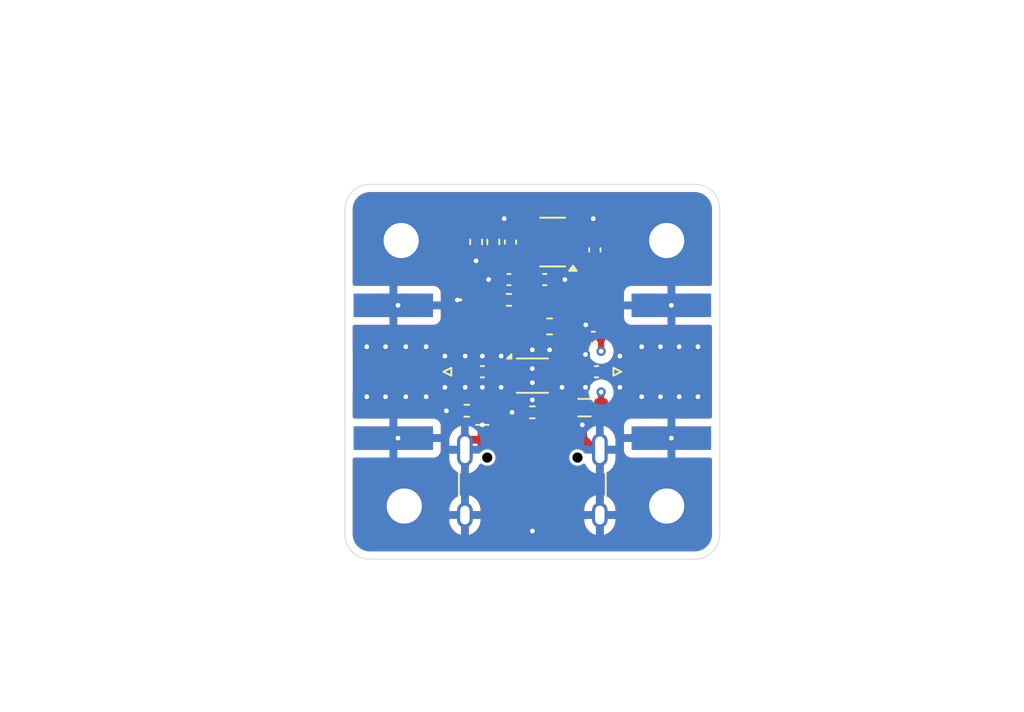
<source format=kicad_pcb>
(kicad_pcb (version 20240108) (generator "pcbnew") (generator_version "8.0")
  (layers (0 "F.Cu" mixed) (1 "In1.Cu" power) (2 "In2.Cu" mixed) (31 "B.Cu" power) (34 "B.Paste" user) (35 "F.Paste" user) (36 "B.SilkS" user "B.Silkscreen") (37 "F.SilkS" user "F.Silkscreen") (38 "B.Mask" user) (39 "F.Mask" user) (44 "Edge.Cuts" user))
  (net 0 "")
  (net 1 "Net-(J1-In)")
  (net 2 "Net-(U1-RFOUT)")
  (net 3 "Net-(J2-In)")
  (net 4 "Net-(U1-RFIN)")
  (net 5 "/4V75")
  (net 6 "GND")
  (net 10 "Net-(U2-ADJ)")
  (net 11 "Net-(D1-A)")
  (net 13 "Net-(FB1-Pad1)")
  (net 14 "Net-(J3-CC2)")
  (net 17 "Net-(J3-CC1)")
  (net 18 "/5V")
  (net 19 "Net-(L1-Pad1)")
  (footprint "Package_TO_SOT_SMD:SOT-23-5" (layer "F.Cu") (at 109.5 91.7 180)
    (property "Reference" "U2" (hide yes))
    (property "Value" "AP2127K-ADJ" (hide yes))
    (fp_line (start 0 1.56) (end 0.8 1.56) (stroke (width 0.12)) (layer "F.SilkS"))
    (fp_line (start 0 1.56) (end -0.8 1.56) (stroke (width 0.12)) (layer "F.SilkS"))
    (fp_line (start 0 -1.56) (end 0.8 -1.56) (stroke (width 0.12)) (layer "F.SilkS"))
    (fp_line (start 0 -1.56) (end -0.8 -1.56) (stroke (width 0.12)) (layer "F.SilkS"))
    (fp_poly (pts (xy -1.3 -1.51) (xy -1.54 -1.84) (xy -1.06 -1.84) (xy -1.3 -1.51)) (stroke (width 0.12)) (fill solid) (layer "F.SilkS"))
    (pad "1" smd roundrect (at -1.1375 -0.95 180) (size 1.325 0.6) (layers "F.Cu" "F.Paste" "F.Mask") (net 18 "/5V"))
    (pad "2" smd roundrect (at -1.1375 0 180) (size 1.325 0.6) (layers "F.Cu" "F.Paste" "F.Mask") (net 6 "GND"))
    (pad "3" smd roundrect (at -1.1375 0.95 180) (size 1.325 0.6) (layers "F.Cu" "F.Paste" "F.Mask") (net 18 "/5V"))
    (pad "4" smd roundrect (at 1.1375 0.95 180) (size 1.325 0.6) (layers "F.Cu" "F.Paste" "F.Mask") (net 10 "Net-(U2-ADJ)"))
    (pad "5" smd roundrect (at 1.1375 -0.95 180) (size 1.325 0.6) (layers "F.Cu" "F.Paste" "F.Mask") (net 5 "/4V75"))
  )
  (footprint "Capacitor_SMD:C_0402_1005Metric" (layer "F.Cu") (at 112.3 100)
    (property "Reference" "C1" (hide yes))
    (property "Value" "100p" (hide yes))
    (fp_line (start -0.107836 -0.36) (end 0.107836 -0.36) (stroke (width 0.12)) (layer "F.SilkS"))
    (fp_line (start -0.107836 0.36) (end 0.107836 0.36) (stroke (width 0.12)) (layer "F.SilkS"))
    (pad "1" smd roundrect (at -0.48 0) (size 0.56 0.62) (layers "F.Cu" "F.Paste" "F.Mask") (net 2 "Net-(U1-RFOUT)"))
    (pad "2" smd roundrect (at 0.48 0) (size 0.56 0.62) (layers "F.Cu" "F.Paste" "F.Mask") (net 3 "Net-(J2-In)"))
  )
  (footprint "Capacitor_SMD:C_0402_1005Metric" (layer "F.Cu") (at 105 100)
    (property "Reference" "C2" (hide yes))
    (property "Value" "100p" (hide yes))
    (fp_line (start -0.107836 -0.36) (end 0.107836 -0.36) (stroke (width 0.12)) (layer "F.SilkS"))
    (fp_line (start -0.107836 0.36) (end 0.107836 0.36) (stroke (width 0.12)) (layer "F.SilkS"))
    (pad "1" smd roundrect (at -0.48 0) (size 0.56 0.62) (layers "F.Cu" "F.Paste" "F.Mask") (net 1 "Net-(J1-In)"))
    (pad "2" smd roundrect (at 0.48 0) (size 0.56 0.62) (layers "F.Cu" "F.Paste" "F.Mask") (net 4 "Net-(U1-RFIN)"))
  )
  (footprint "Resistor_SMD:R_0402_1005Metric" (layer "F.Cu") (at 106.7 95.4)
    (property "Reference" "R2" (hide yes))
    (property "Value" "1K" (hide yes))
    (fp_line (start -0.153641 -0.38) (end 0.153641 -0.38) (stroke (width 0.12)) (layer "F.SilkS"))
    (fp_line (start -0.153641 0.38) (end 0.153641 0.38) (stroke (width 0.12)) (layer "F.SilkS"))
    (pad "1" smd roundrect (at -0.51 0) (size 0.54 0.64) (layers "F.Cu" "F.Paste" "F.Mask") (net 11 "Net-(D1-A)"))
    (pad "2" smd roundrect (at 0.51 0) (size 0.54 0.64) (layers "F.Cu" "F.Paste" "F.Mask") (net 5 "/4V75"))
  )
  (footprint "wa1hco:SMA_Amphenol_132289_EdgeMount" (layer "F.Cu") (at 99.3 100 180)
    (property "Reference" "J1" (hide yes))
    (property "Value" "Conn_Coaxial" (hide yes))
    (fp_line (start -3.21 0) (end -3.71 -0.25) (stroke (width 0.12)) (layer "F.SilkS"))
    (fp_line (start -3.71 0.25) (end -3.21 0) (stroke (width 0.12)) (layer "F.SilkS"))
    (fp_line (start -3.71 -0.25) (end -3.71 0.25) (stroke (width 0.12)) (layer "F.SilkS"))
    (pad "1" smd rect (at 0 0 270) (size 1.5 5.08) (layers "F.Cu" "F.Paste" "F.Mask") (net 1 "Net-(J1-In)"))
    (pad "2" smd rect (at 0 -4.25 270) (size 1.5 5.08) (layers "F.Cu" "F.Paste" "F.Mask") (net 6 "GND"))
    (pad "2" smd rect (at 0 -4.25 270) (size 1.5 5.08) (layers "B.Cu" "B.Paste" "B.Mask") (net 6 "GND"))
    (pad "2" smd rect (at 0 4.25 270) (size 1.5 5.08) (layers "F.Cu" "F.Paste" "F.Mask") (net 6 "GND"))
    (pad "2" smd rect (at 0 4.25 270) (size 1.5 5.08) (layers "B.Cu" "B.Paste" "B.Mask") (net 6 "GND"))
  )
  (footprint "Inductor_SMD:L_0603_1608Metric" (layer "F.Cu") (at 109.3 97.1)
    (property "Reference" "L2" (hide yes))
    (property "Value" "18n" (hide yes))
    (fp_line (start -0.162779 -0.51) (end 0.162779 -0.51) (stroke (width 0.12)) (layer "F.SilkS"))
    (fp_line (start -0.162779 0.51) (end 0.162779 0.51) (stroke (width 0.12)) (layer "F.SilkS"))
    (pad "1" smd roundrect (at -0.7875 0) (size 0.875 0.95) (layers "F.Cu" "F.Paste" "F.Mask") (net 5 "/4V75"))
    (pad "2" smd roundrect (at 0.7875 0) (size 0.875 0.95) (layers "F.Cu" "F.Paste" "F.Mask") (net 19 "Net-(L1-Pad1)"))
  )
  (footprint "Resistor_SMD:R_0402_1005Metric" (layer "F.Cu") (at 105.7 91.69 90)
    (property "Reference" "R5" (hide yes))
    (property "Value" "150K" (hide yes))
    (fp_line (start -0.153641 -0.38) (end 0.153641 -0.38) (stroke (width 0.12)) (layer "F.SilkS"))
    (fp_line (start -0.153641 0.38) (end 0.153641 0.38) (stroke (width 0.12)) (layer "F.SilkS"))
    (pad "1" smd roundrect (at -0.51 0 90) (size 0.54 0.64) (layers "F.Cu" "F.Paste" "F.Mask") (net 5 "/4V75"))
    (pad "2" smd roundrect (at 0.51 0 90) (size 0.54 0.64) (layers "F.Cu" "F.Paste" "F.Mask") (net 10 "Net-(U2-ADJ)"))
  )
  (footprint "Inductor_SMD:L_0402_1005Metric" (layer "F.Cu") (at 110.2 99.5 -90)
    (property "Reference" "L1" (hide yes))
    (property "Value" "4n7" (hide yes))
    (pad "1" smd roundrect (at -0.485 0 270) (size 0.59 0.64) (layers "F.Cu" "F.Paste" "F.Mask") (net 19 "Net-(L1-Pad1)"))
    (pad "2" smd roundrect (at 0.485 0 270) (size 0.59 0.64) (layers "F.Cu" "F.Paste" "F.Mask") (net 2 "Net-(U1-RFOUT)"))
  )
  (footprint "Capacitor_SMD:C_0402_1005Metric" (layer "F.Cu") (at 106.7 94.1 180)
    (property "Reference" "C3" (hide yes))
    (property "Value" "100p" (hide yes))
    (fp_line (start -0.107836 0.36) (end 0.107836 0.36) (stroke (width 0.12)) (layer "F.SilkS"))
    (fp_line (start -0.107836 -0.36) (end 0.107836 -0.36) (stroke (width 0.12)) (layer "F.SilkS"))
    (pad "1" smd roundrect (at -0.48 0 180) (size 0.56 0.62) (layers "F.Cu" "F.Paste" "F.Mask") (net 5 "/4V75"))
    (pad "2" smd roundrect (at 0.48 0 180) (size 0.56 0.62) (layers "F.Cu" "F.Paste" "F.Mask") (net 6 "GND"))
  )
  (footprint "Resistor_SMD:R_0402_1005Metric" (layer "F.Cu") (at 104 102.5 180)
    (property "Reference" "R3" (hide yes))
    (property "Value" "5K1" (hide yes))
    (fp_line (start -0.153641 0.38) (end 0.153641 0.38) (stroke (width 0.12)) (layer "F.SilkS"))
    (fp_line (start -0.153641 -0.38) (end 0.153641 -0.38) (stroke (width 0.12)) (layer "F.SilkS"))
    (pad "1" smd roundrect (at -0.51 0 180) (size 0.54 0.64) (layers "F.Cu" "F.Paste" "F.Mask") (net 17 "Net-(J3-CC1)"))
    (pad "2" smd roundrect (at 0.51 0 180) (size 0.54 0.64) (layers "F.Cu" "F.Paste" "F.Mask") (net 6 "GND"))
  )
  (footprint "wa1hco:DFN-8-1EP_2x2mm_P0.5mm_EP0.8x1.6mm_via" (layer "F.Cu") (at 108.2 100.25)
    (property "Reference" "U1" (hide yes))
    (property "Value" "TQP3M9037" (hide yes))
    (fp_line (start -1 -1.1) (end 1 -1.1) (stroke (width 0.12)) (layer "F.SilkS"))
    (fp_line (start -1 1.1) (end 1 1.1) (stroke (width 0.12)) (layer "F.SilkS"))
    (fp_poly (pts (xy -1.34 -1.09) (xy -1.62 -1.09) (xy -1.34 -1.37) (xy -1.34 -1.09)) (stroke (width 0.12)) (fill solid) (layer "F.SilkS"))
    (pad "1" smd roundrect (at -0.9 -0.75) (size 0.67 0.3) (layers "F.Cu" "F.Paste" "F.Mask"))
    (pad "2" smd roundrect (at -0.9 -0.25) (size 0.67 0.3) (layers "F.Cu" "F.Paste" "F.Mask") (net 4 "Net-(U1-RFIN)"))
    (pad "3" smd roundrect (at -0.9 0.25) (size 0.67 0.3) (layers "F.Cu" "F.Paste" "F.Mask"))
    (pad "4" smd roundrect (at -0.9 0.75) (size 0.67 0.3) (layers "F.Cu" "F.Paste" "F.Mask"))
    (pad "5" smd roundrect (at 0.9 0.75) (size 0.67 0.3) (layers "F.Cu" "F.Paste" "F.Mask"))
    (pad "6" smd roundrect (at 0.9 0.25) (size 0.67 0.3) (layers "F.Cu" "F.Paste" "F.Mask") (net 6 "GND"))
    (pad "7" smd roundrect (at 0.9 -0.25) (size 0.67 0.3) (layers "F.Cu" "F.Paste" "F.Mask") (net 2 "Net-(U1-RFOUT)"))
    (pad "8" smd roundrect (at 0.9 -0.75) (size 0.67 0.3) (layers "F.Cu" "F.Paste" "F.Mask"))
    (pad "9" smd rect (at 0 0) (size 0.7 1.6) (layers "F.Cu" "F.Mask") (net 6 "GND"))
  )
  (footprint "Capacitor_SMD:C_0402_1005Metric" (layer "F.Cu") (at 108.99 94.1)
    (property "Reference" "C4" (hide yes))
    (property "Value" "1u" (hide yes))
    (fp_line (start -0.107836 -0.36) (end 0.107836 -0.36) (stroke (width 0.12)) (layer "F.SilkS"))
    (fp_line (start -0.107836 0.36) (end 0.107836 0.36) (stroke (width 0.12)) (layer "F.SilkS"))
    (pad "1" smd roundrect (at -0.48 0) (size 0.56 0.62) (layers "F.Cu" "F.Paste" "F.Mask") (net 5 "/4V75"))
    (pad "2" smd roundrect (at 0.48 0) (size 0.56 0.62) (layers "F.Cu" "F.Paste" "F.Mask") (net 6 "GND"))
  )
  (footprint "Connector_USB:USB_C_Receptacle_HCTL_HC-TYPE-C-16P-01A" (layer "F.Cu") (at 108.2 108.1)
    (property "Reference" "J3" (hide yes))
    (property "Value" "USB_C_Receptacle_USB2.0_16P" (hide yes))
    (fp_line (start -4.7 -1.78) (end -4.7 0) (stroke (width 0.12)) (layer "F.SilkS"))
    (fp_line (start -2.8 -4.7) (end -3.6 -4.7) (stroke (width 0.12)) (layer "F.SilkS"))
    (fp_line (start 4.7 -1.78) (end 4.7 0) (stroke (width 0.12)) (layer "F.SilkS"))
    (pad "" np_thru_hole circle (at -2.89 -2.605) (size 0.65 0.65) (drill 0.65) (layers "*.Mask"))
    (pad "" np_thru_hole circle (at 2.89 -2.605) (size 0.65 0.65) (drill 0.65) (layers "*.Mask"))
    (pad "A1" smd roundrect (at -3.2 -3.745) (size 0.6 1.3) (layers "F.Cu" "F.Paste" "F.Mask") (roundrect_rratio 0.3666666667) (net 6 "GND"))
    (pad "A4" smd roundrect (at -2.4 -3.745) (size 0.6 1.3) (layers "F.Cu" "F.Paste" "F.Mask") (net 13 "Net-(FB1-Pad1)"))
    (pad "A5" smd roundrect (at -1.25 -3.745) (size 0.3 1.3) (layers "F.Cu" "F.Paste" "F.Mask") (net 17 "Net-(J3-CC1)"))
    (pad "A6" smd roundrect (at -0.25 -3.745) (size 0.3 1.3) (layers "F.Cu" "F.Paste" "F.Mask"))
    (pad "A7" smd roundrect (at 0.25 -3.745) (size 0.3 1.3) (layers "F.Cu" "F.Paste" "F.Mask"))
    (pad "A8" smd roundrect (at 1.25 -3.745) (size 0.3 1.3) (layers "F.Cu" "F.Paste" "F.Mask"))
    (pad "A9" smd roundrect (at 2.4 -3.745) (size 0.6 1.3) (layers "F.Cu" "F.Paste" "F.Mask") (net 13 "Net-(FB1-Pad1)"))
    (pad "A12" smd roundrect (at 3.2 -3.745) (size 0.6 1.3) (layers "F.Cu" "F.Paste" "F.Mask") (roundrect_rratio 0.3666666667) (net 6 "GND"))
    (pad "B1" smd roundrect (at 3.2 -3.745) (size 0.6 1.3) (layers "F.Cu" "F.Paste" "F.Mask") (roundrect_rratio 0.3666666667) (net 6 "GND"))
    (pad "B4" smd roundrect (at 2.4 -3.745) (size 0.6 1.3) (layers "F.Cu" "F.Paste" "F.Mask") (net 13 "Net-(FB1-Pad1)"))
    (pad "B5" smd roundrect (at 1.75 -3.745) (size 0.3 1.3) (layers "F.Cu" "F.Paste" "F.Mask") (net 14 "Net-(J3-CC2)"))
    (pad "B6" smd roundrect (at 0.75 -3.745) (size 0.3 1.3) (layers "F.Cu" "F.Paste" "F.Mask"))
    (pad "B7" smd roundrect (at -0.75 -3.745) (size 0.3 1.3) (layers "F.Cu" "F.Paste" "F.Mask"))
    (pad "B8" smd roundrect (at -1.75 -3.745) (size 0.3 1.3) (layers "F.Cu" "F.Paste" "F.Mask"))
    (pad "B9" smd roundrect (at -2.4 -3.745) (size 0.6 1.3) (layers "F.Cu" "F.Paste" "F.Mask") (net 13 "Net-(FB1-Pad1)"))
    (pad "B12" smd roundrect (at -3.2 -3.745) (size 0.6 1.3) (layers "F.Cu" "F.Paste" "F.Mask") (roundrect_rratio 0.3666666667) (net 6 "GND"))
    (pad "S1" thru_hole oval (at -4.32 -3.105) (size 1 2.1) (drill oval 0.6 1.7) (layers "*.Cu" "*.Mask") (net 6 "GND"))
    (pad "S1" thru_hole oval (at -4.32 1.075) (size 1 1.6) (drill oval 0.6 1.2) (layers "*.Cu" "*.Mask") (net 6 "GND"))
    (pad "S1" thru_hole oval (at 4.32 -3.105) (size 1 2.1) (drill oval 0.6 1.7) (layers "*.Cu" "*.Mask") (net 6 "GND"))
    (pad "S1" thru_hole oval (at 4.32 1.075) (size 1 1.6) (drill oval 0.6 1.2) (layers "*.Cu" "*.Mask") (net 6 "GND"))
  )
  (footprint "Resistor_SMD:R_0402_1005Metric" (layer "F.Cu") (at 108.2 102.6 180)
    (property "Reference" "R4" (hide yes))
    (property "Value" "5K1" (hide yes))
    (fp_line (start -0.153641 0.38) (end 0.153641 0.38) (stroke (width 0.12)) (layer "F.SilkS"))
    (fp_line (start -0.153641 -0.38) (end 0.153641 -0.38) (stroke (width 0.12)) (layer "F.SilkS"))
    (pad "1" smd roundrect (at -0.51 0 180) (size 0.54 0.64) (layers "F.Cu" "F.Paste" "F.Mask") (net 14 "Net-(J3-CC2)"))
    (pad "2" smd roundrect (at 0.51 0 180) (size 0.54 0.64) (layers "F.Cu" "F.Paste" "F.Mask") (net 6 "GND"))
  )
  (footprint "wa1hco:SMA_Amphenol_132289_EdgeMount" (layer "F.Cu") (at 117.1 100)
    (property "Reference" "J2" (hide yes))
    (property "Value" "Conn_Coaxial" (hide yes))
    (fp_line (start -3.71 -0.25) (end -3.71 0.25) (stroke (width 0.12)) (layer "F.SilkS"))
    (fp_line (start -3.71 0.25) (end -3.21 0) (stroke (width 0.12)) (layer "F.SilkS"))
    (fp_line (start -3.21 0) (end -3.71 -0.25) (stroke (width 0.12)) (layer "F.SilkS"))
    (pad "1" smd rect (at 0 0 90) (size 1.5 5.08) (layers "F.Cu" "F.Paste" "F.Mask") (net 3 "Net-(J2-In)"))
    (pad "2" smd rect (at 0 -4.25 90) (size 1.5 5.08) (layers "F.Cu" "F.Paste" "F.Mask") (net 6 "GND"))
    (pad "2" smd rect (at 0 -4.25 90) (size 1.5 5.08) (layers "B.Cu" "B.Paste" "B.Mask") (net 6 "GND"))
    (pad "2" smd rect (at 0 4.25 90) (size 1.5 5.08) (layers "F.Cu" "F.Paste" "F.Mask") (net 6 "GND"))
    (pad "2" smd rect (at 0 4.25 90) (size 1.5 5.08) (layers "B.Cu" "B.Paste" "B.Mask") (net 6 "GND"))
  )
  (footprint "Capacitor_SMD:C_0402_1005Metric" (layer "F.Cu") (at 112.1 97.8 180)
    (property "Reference" "C5" (hide yes))
    (property "Value" "100n" (hide yes))
    (fp_line (start -0.107836 0.36) (end 0.107836 0.36) (stroke (width 0.12)) (layer "F.SilkS"))
    (fp_line (start -0.107836 -0.36) (end 0.107836 -0.36) (stroke (width 0.12)) (layer "F.SilkS"))
    (pad "1" smd roundrect (at -0.48 0 180) (size 0.56 0.62) (layers "F.Cu" "F.Paste" "F.Mask") (net 18 "/5V"))
    (pad "2" smd roundrect (at 0.48 0 180) (size 0.56 0.62) (layers "F.Cu" "F.Paste" "F.Mask") (net 6 "GND"))
  )
  (footprint "Inductor_SMD:L_0805_2012Metric" (layer "F.Cu") (at 111.5375 102.3)
    (property "Reference" "FB1" (hide yes))
    (property "Value" "FerriteBead" (hide yes))
    (fp_line (start -0.399622 -0.56) (end 0.399622 -0.56) (stroke (width 0.12)) (layer "F.SilkS"))
    (fp_line (start -0.399622 0.56) (end 0.399622 0.56) (stroke (width 0.12)) (layer "F.SilkS"))
    (pad "1" smd roundrect (at -1.0625 0) (size 0.875 1.2) (layers "F.Cu" "F.Paste" "F.Mask") (net 13 "Net-(FB1-Pad1)"))
    (pad "2" smd roundrect (at 1.0625 0) (size 0.875 1.2) (layers "F.Cu" "F.Paste" "F.Mask") (net 18 "/5V"))
  )
  (footprint "Resistor_SMD:R_0402_1005Metric" (layer "F.Cu") (at 104.6 91.69 -90)
    (property "Reference" "R6" (hide yes))
    (property "Value" "30K" (hide yes))
    (fp_line (start -0.153641 0.38) (end 0.153641 0.38) (stroke (width 0.12)) (layer "F.SilkS"))
    (fp_line (start -0.153641 -0.38) (end 0.153641 -0.38) (stroke (width 0.12)) (layer "F.SilkS"))
    (pad "1" smd roundrect (at -0.51 0 270) (size 0.54 0.64) (layers "F.Cu" "F.Paste" "F.Mask") (net 10 "Net-(U2-ADJ)"))
    (pad "2" smd roundrect (at 0.51 0 270) (size 0.54 0.64) (layers "F.Cu" "F.Paste" "F.Mask") (net 6 "GND"))
  )
  (footprint "Capacitor_SMD:C_0402_1005Metric" (layer "F.Cu") (at 106.8 91.7 90)
    (property "Reference" "C7" (hide yes))
    (property "Value" "180p" (hide yes))
    (fp_line (start -0.107836 -0.36) (end 0.107836 -0.36) (stroke (width 0.12)) (layer "F.SilkS"))
    (fp_line (start -0.107836 0.36) (end 0.107836 0.36) (stroke (width 0.12)) (layer "F.SilkS"))
    (pad "1" smd roundrect (at -0.48 0 90) (size 0.56 0.62) (layers "F.Cu" "F.Paste" "F.Mask") (net 5 "/4V75"))
    (pad "2" smd roundrect (at 0.48 0 90) (size 0.56 0.62) (layers "F.Cu" "F.Paste" "F.Mask") (net 10 "Net-(U2-ADJ)"))
  )
  (footprint "Capacitor_SMD:C_0402_1005Metric" (layer "F.Cu") (at 112.2 92.2 90)
    (property "Reference" "C6" (hide yes))
    (property "Value" "1u")
    (fp_line (start -0.107836 -0.36) (end 0.107836 -0.36) (stroke (width 0.12)) (layer "F.SilkS"))
    (fp_line (start -0.107836 0.36) (end 0.107836 0.36) (stroke (width 0.12)) (layer "F.SilkS"))
    (pad "1" smd roundrect (at -0.48 0 90) (size 0.56 0.62) (layers "F.Cu" "F.Paste" "F.Mask") (net 18 "/5V"))
    (pad "2" smd roundrect (at 0.48 0 90) (size 0.56 0.62) (layers "F.Cu" "F.Paste" "F.Mask") (net 6 "GND"))
  )
  (footprint "Diode_SMD:D_0402_1005Metric" (layer "F.Cu") (at 104.7 95.4)
    (property "Reference" "D1" (hide yes))
    (property "Value" "Emerald" (hide yes))
    (fp_circle (center -1.09 0) (end -1.04 0) (stroke (width 0.1)) (fill none) (layer "F.SilkS"))
    (pad "1" smd roundrect (at -0.485 0) (size 0.59 0.64) (layers "F.Cu" "F.Paste" "F.Mask") (net 6 "GND"))
    (pad "2" smd roundrect (at 0.485 0) (size 0.59 0.64) (layers "F.Cu" "F.Paste" "F.Mask") (net 11 "Net-(D1-A)"))
  )
  (gr_arc (start 96.2 89.6) (mid 96.668629 88.468629) (end 97.8 88) (stroke (width 0.05)) (layer "Edge.Cuts"))
  (gr_line (start 96.2 110.5) (end 96.2 89.6) (stroke (width 0.05)) (layer "Edge.Cuts"))
  (gr_arc (start 118.6 88) (mid 119.731371 88.468629) (end 120.2 89.6) (stroke (width 0.05)) (layer "Edge.Cuts"))
  (gr_line (start 120.2 110.4) (end 120.2 89.6) (stroke (width 0.05)) (layer "Edge.Cuts"))
  (gr_line (start 97.8 88) (end 118.6 88) (stroke (width 0.05)) (layer "Edge.Cuts"))
  (gr_arc (start 120.2 110.4) (mid 119.731371 111.531371) (end 118.6 112) (stroke (width 0.05)) (layer "Edge.Cuts"))
  (gr_line (start 97.8 112) (end 118.6 112) (stroke (width 0.05)) (layer "Edge.Cuts"))
  (gr_arc (start 97.8 112) (mid 96.704484 111.566123) (end 96.203116 110.499805) (stroke (width 0.05)) (layer "Edge.Cuts"))
  (segment (start 104.52 100) (end 100.2 100) (width 0.35) (layer "F.Cu") (net 1))
  (segment (start 111.82 100) (end 109.7 100) (width 0.35) (layer "F.Cu") (net 2))
  (segment (start 109.1 100) (end 109.7 100) (width 0.3) (layer "F.Cu") (net 2))
  (segment (start 112.78 100) (end 115.6 100) (width 0.35) (layer "F.Cu") (net 3))
  (segment (start 105.48 100) (end 106.8 100) (width 0.35) (layer "F.Cu") (net 4))
  (segment (start 107.3 100) (end 106.8 100) (width 0.3) (layer "F.Cu") (net 4))
  (segment (start 107.26 94.1) (end 108.3 94.1) (width 0.4) (layer "F.Cu") (net 5))
  (segment (start 108.5 97.0875) (end 108.5 94.12) (width 0.4) (layer "F.Cu") (net 5))
  (segment (start 108.48 92.7675) (end 108.3625 92.65) (width 0.3) (layer "F.Cu") (net 5))
  (segment (start 105.72 92.18) (end 105.7 92.2) (width 0.2) (layer "F.Cu") (net 5))
  (segment (start 108.5 95.4) (end 107.21 95.4) (width 0.2) (layer "F.Cu") (net 5))
  (segment (start 108.3625 92.65) (end 107.27 92.65) (width 0.4) (layer "F.Cu") (net 5))
  (segment (start 108.5 94.12) (end 108.48 94.1) (width 0.3) (layer "F.Cu") (net 5))
  (segment (start 108.5125 97.1) (end 108.5 97.0875) (width 0.4) (layer "F.Cu") (net 5))
  (segment (start 108.48 94.1) (end 108.48 92.7675) (width 0.4) (layer "F.Cu") (net 5))
  (segment (start 107.27 92.65) (end 106.8 92.18) (width 0.4) (layer "F.Cu") (net 5))
  (segment (start 108.3625 92.65) (end 108.3 92.7125) (width 0.2) (layer "F.Cu") (net 5))
  (segment (start 106.8 92.18) (end 105.72 92.18) (width 0.4) (layer "F.Cu") (net 5))
  (segment (start 105 104.355) (end 104.336371 104.355) (width 0.4) (layer "F.Cu") (net 6))
  (segment (start 117 104.35) (end 116.7 104.35) (width 0.2) (layer "F.Cu") (net 6))
  (segment (start 111.623629 104.355) (end 112.3 105.031371) (width 0.4) (layer "F.Cu") (net 6))
  (segment (start 110.1 101) (end 109.6 100.5) (width 0.2) (layer "F.Cu") (net 6))
  (segment (start 116.5 91.7) (end 117.6 90.6) (width 0.4) (layer "F.Cu") (net 6))
  (segment (start 110.6375 91.7) (end 114.9 91.7) (width 0.4) (layer "F.Cu") (net 6))
  (segment (start 111.4 104.355) (end 111.623629 104.355) (width 0.4) (layer "F.Cu") (net 6))
  (segment (start 109.6 100.5) (end 109.1 100.5) (width 0.2) (layer "F.Cu") (net 6))
  (segment (start 105 103.4) (end 105 104.355) (width 0.4) (layer "F.Cu") (net 6))
  (segment (start 104.215 95.4) (end 103.400002 95.4) (width 0.2) (layer "F.Cu") (net 6))
  (segment (start 111.62 97) (end 111.62 97.8) (width 0.4) (layer "F.Cu") (net 6))
  (segment (start 104.336371 104.355) (end 103.66 105.031371) (width 0.4) (layer "F.Cu") (net 6))
  (segment (start 115.7 104.35) (end 114.3 104.35) (width 0.2) (layer "F.Cu") (net 6))
  (segment (start 117.1 95.75) (end 117 95.85) (width 0.2) (layer "F.Cu") (net 6))
  (segment (start 108.2 98.6) (end 108.2 99.8) (width 0.4) (layer "F.Cu") (net 6))
  (segment (start 109.5 94.1) (end 110.28 94.1) (width 0.3) (layer "F.Cu") (net 6))
  (segment (start 109.31 94.1) (end 109.32 94.1) (width 0.2) (layer "F.Cu") (net 6))
  (segment (start 106.3 94.1) (end 105.4 94.1) (width 0.2) (layer "F.Cu") (net 6))
  (segment (start 108.2 101.8) (end 108.2 100.7) (width 0.4) (layer "F.Cu") (net 6))
  (segment (start 104.6 92.2) (end 104.6 92.9) (width 0.2) (layer "F.Cu") (net 6))
  (segment (start 117.1 104.25) (end 117 104.35) (width 0.2) (layer "F.Cu") (net 6))
  (segment (start 103.49 102.5) (end 102.7 102.5) (width 0.2) (layer "F.Cu") (net 6))
  (segment (start 107.69 102.6) (end 106.9 102.6) (width 0.2) (layer "F.Cu") (net 6))
  (segment (start 111.4 103.4) (end 111.4 104.355) (width 0.4) (layer "F.Cu") (net 6))
  (segment (start 117 95.85) (end 116.7 95.85) (width 0.2) (layer "F.Cu") (net 6))
  (via (at 109.3 98.6) (size 0.6) (drill 0.3) (layers "F.Cu" "B.Cu") (net 6))
  (via (at 116.8 108.6) (size 4) (drill 2.25) (layers "F.Cu" "B.Cu") (net 6))
  (via (at 103.9 101) (size 0.6) (drill 0.3) (layers "F.Cu" "B.Cu") (net 6))
  (via (at 108.2 100.7) (size 0.6) (drill 0.3) (layers "F.Cu" "B.Cu") (net 6))
  (via (at 111.6 101) (size 0.6) (drill 0.3) (layers "F.Cu" "B.Cu") (net 6))
  (via (at 102.6 101) (size 0.6) (drill 0.3) (layers "F.Cu" "B.Cu") (net 6))
  (via (at 117.1 104.25) (size 0.6) (drill 0.3) (layers "F.Cu" "B.Cu") (net 6))
  (via (at 111.62 97) (size 0.6) (drill 0.3) (layers "F.Cu" "B.Cu") (net 6))
  (via (at 108.2 110.2) (size 0.6) (drill 0.3) (layers "F.Cu" "B.Cu") (net 6))
  (via (at 103.9 99) (size 0.6) (drill 0.3) (layers "F.Cu" "B.Cu") (net 6))
  (via (at 110.28 94.1) (size 0.6) (drill 0.3) (layers "F.Cu" "B.Cu") (net 6))
  (via (at 104.6 92.9) (size 0.6) (drill 0.3) (layers "F.Cu" "B.Cu") (net 6))
  (via (at 118.8 101.6) (size 0.6) (drill 0.3) (layers "F.Cu" "B.Cu") (net 6))
  (via (at 101.4 98.4) (size 0.6) (drill 0.3) (layers "F.Cu" "B.Cu") (net 6))
  (via (at 100.1 98.4) (size 0.6) (drill 0.3) (layers "F.Cu" "B.Cu") (net 6))
  (via (at 117.1 95.75) (size 0.6) (drill 0.3) (layers "F.Cu" "B.Cu") (net 6))
  (via (at 115.2 101.6) (size 0.6) (drill 0.3) (layers "F.Cu" "B.Cu") (net 6))
  (via (at 103.400002 95.4) (size 0.6) (drill 0.3) (layers "F.Cu" "B.Cu") (net 6))
  (via (at 105.4 94.1) (size 0.6) (drill 0.3) (layers "F.Cu" "B.Cu") (net 6))
  (via (at 111.6 98.9) (size 0.6) (drill 0.3) (layers "F.Cu" "B.Cu") (net 6))
  (via (at 106.2 101) (size 0.6) (drill 0.3) (layers "F.Cu" "B.Cu") (net 6))
  (via (at 108.2 101.8) (size 0.6) (drill 0.3) (layers "F.Cu" "B.Cu") (net 6))
  (via (at 99.6 104.25) (size 0.6) (drill 0.3) (layers "F.Cu" "B.Cu") (net 6))
  (via (at 116.8 91.6) (size 4) (drill 2.25) (layers "F.Cu" "B.Cu") (net 6))
  (via (at 97.6 98.4) (size 0.6) (drill 0.3) (layers "F.Cu" "B.Cu") (net 6))
  (via (at 98.8 98.4) (size 0.6) (drill 0.3) (layers "F.Cu" "B.Cu") (net 6))
  (via (at 111.4 103.4) (size 0.6) (drill 0.3) (layers "F.Cu" "B.Cu") (net 6))
  (via (at 105 103.4) (size 0.6) (drill 0.3) (layers "F.Cu" "B.Cu") (net 6))
  (via (at 113.8 99) (size 0.6) (drill 0.3) (layers "F.Cu" "B.Cu") (net 6))
  (via (at 106.4 90.2) (size 0.6) (drill 0.3) (layers "F.Cu" "B.Cu") (net 6))
  (via (at 105 99) (size 0.6) (drill 0.3) (layers "F.Cu" "B.Cu") (net 6))
  (via (at 113.8 101) (size 0.6) (drill 0.3) (layers "F.Cu" "B.Cu") (net 6))
  (via (at 116.4 101.6) (size 0.6) (drill 0.3) (layers "F.Cu" "B.Cu") (net 6))
  (via (at 108.2 98.6) (size 0.6) (drill 0.3) (layers "F.Cu" "B.Cu") (net 6))
  (via (at 102.7 102.5) (size 0.6) (drill 0.3) (layers "F.Cu" "B.Cu") (net 6))
  (via (at 112.1 90.2) (size 0.6) (drill 0.3) (layers "F.Cu" "B.Cu") (net 6))
  (via (at 99.8 91.6) (size 4) (drill 2.25) (layers "F.Cu" "B.Cu") (net 6))
  (via (at 115.2 98.4) (size 0.6) (drill 0.3) (layers "F.Cu" "B.Cu") (net 6))
  (via (at 116.4 98.4) (size 0.6) (drill 0.3) (layers "F.Cu" "B.Cu") (net 6))
  (via (at 102.6 99) (size 0.6) (drill 0.3) (layers "F.Cu" "B.Cu") (net 6))
  (via (at 117.6 101.6) (size 0.6) (drill 0.3) (layers "F.Cu" "B.Cu") (net 6))
  (via (at 118.8 98.4) (size 0.6) (drill 0.3) (layers "F.Cu" "B.Cu") (net 6))
  (via (at 106.2 99) (size 0.6) (drill 0.3) (layers "F.Cu" "B.Cu") (net 6))
  (via (at 105 101) (size 0.6) (drill 0.3) (layers "F.Cu" "B.Cu") (net 6))
  (via (at 100.1 101.6) (size 0.6) (drill 0.3) (layers "F.Cu" "B.Cu") (net 6))
  (via (at 110.1 101) (size 0.6) (drill 0.3) (layers "F.Cu" "B.Cu") (net 6))
  (via (at 117.6 98.4) (size 0.6) (drill 0.3) (layers "F.Cu" "B.Cu") (net 6))
  (via (at 98.8 101.6) (size 0.6) (drill 0.3) (layers "F.Cu" "B.Cu") (net 6))
  (via (at 108.2 99.8) (size 0.6) (drill 0.3) (layers "F.Cu" "B.Cu") (net 6))
  (via (at 101.4 101.6) (size 0.6) (drill 0.3) (layers "F.Cu" "B.Cu") (net 6))
  (via (at 99.6 95.75) (size 0.6) (drill 0.3) (layers "F.Cu" "B.Cu") (net 6))
  (via (at 97.6 101.6) (size 0.6) (drill 0.3) (layers "F.Cu" "B.Cu") (net 6))
  (via (at 106.9 102.6) (size 0.6) (drill 0.3) (layers "F.Cu" "B.Cu") (net 6))
  (via (at 100 108.6) (size 4) (drill 2.25) (layers "F.Cu" "B.Cu") (net 6))
  (segment (start 108.3625 90.75) (end 107.27 90.75) (width 0.4) (layer "F.Cu") (net 10))
  (segment (start 106.8 91.22) (end 105.74 91.22) (width 0.4) (layer "F.Cu") (net 10))
  (segment (start 105.7 91.18) (end 104.6 91.18) (width 0.4) (layer "F.Cu") (net 10))
  (segment (start 107.27 90.75) (end 106.8 91.22) (width 0.4) (layer "F.Cu") (net 10))
  (segment (start 105.74 91.22) (end 105.7 91.18) (width 0.2) (layer "F.Cu") (net 10))
  (segment (start 105.185 95.4) (end 106.19 95.4) (width 0.2) (layer "F.Cu") (net 11))
  (segment (start 110.6 102.615) (end 110.38 102.395) (width 0.4) (layer "F.Cu") (net 13))
  (segment (start 110.1 105.5) (end 110.6 105) (width 0.2) (layer "F.Cu") (net 13))
  (segment (start 106.2 105.5) (end 105.8 105.1) (width 0.2) (layer "F.Cu") (net 13))
  (segment (start 110.6 105) (end 110.6 104.355) (width 0.2) (layer "F.Cu") (net 13))
  (segment (start 105.8 105.1) (end 105.8 104.355) (width 0.2) (layer "F.Cu") (net 13))
  (segment (start 110.38 102.395) (end 110.475 102.3) (width 0.2) (layer "F.Cu") (net 13))
  (segment (start 110.6 104.355) (end 110.6 102.615) (width 0.4) (layer "F.Cu") (net 13))
  (segment (start 106.2 105.5) (end 110.1 105.5) (width 0.3) (layer "F.Cu") (net 13))
  (segment (start 109.95 103.35) (end 109.2 102.6) (width 0.2) (layer "F.Cu") (net 14))
  (segment (start 109.2 102.6) (end 108.71 102.6) (width 0.2) (layer "F.Cu") (net 14))
  (segment (start 109.95 104.355) (end 109.95 103.35) (width 0.2) (layer "F.Cu") (net 14))
  (segment (start 106.95 104.355) (end 106.95 103.67259) (width 0.2) (layer "F.Cu") (net 17))
  (segment (start 106.95 103.67259) (end 105.77741 102.5) (width 0.2) (layer "F.Cu") (net 17))
  (segment (start 105.77741 102.5) (end 104.51 102.5) (width 0.2) (layer "F.Cu") (net 17))
  (segment (start 109.575 91.225) (end 110.05 90.75) (width 0.15) (layer "F.Cu") (net 18))
  (segment (start 112.58 94.5925) (end 112.58 97.8) (width 0.4) (layer "F.Cu") (net 18))
  (segment (start 110.6375 92.65) (end 110.143026 92.65) (width 0.15) (layer "F.Cu") (net 18))
  (segment (start 110.143026 92.65) (end 109.575 92.081974) (width 0.15) (layer "F.Cu") (net 18))
  (segment (start 112.14 94.1525) (end 112.58 94.5925) (width 0.4) (layer "F.Cu") (net 18))
  (segment (start 112.14 92.65) (end 112.14 94.1525) (width 0.4) (layer "F.Cu") (net 18))
  (segment (start 112.6 97.82) (end 112.58 97.8) (width 0.4) (layer "F.Cu") (net 18))
  (segment (start 112.6 101.3) (end 112.6 102.3) (width 0.4) (layer "F.Cu") (net 18))
  (segment (start 110.05 90.75) (end 110.6375 90.75) (width 0.15) (layer "F.Cu") (net 18))
  (segment (start 112.6 98.68995) (end 112.6 97.82) (width 0.4) (layer "F.Cu") (net 18))
  (segment (start 109.575 92.081974) (end 109.575 91.225) (width 0.15) (layer "F.Cu") (net 18))
  (segment (start 112.14 92.65) (end 110.6375 92.65) (width 0.4) (layer "F.Cu") (net 18))
  (segment (start 112.2 92.71) (end 112.14 92.65) (width 0.2) (layer "F.Cu") (net 18))
  (via (at 112.6 98.68995) (size 0.6) (drill 0.3) (layers "F.Cu" "B.Cu") (net 18))
  (via (at 112.6 101.3) (size 0.6) (drill 0.3) (layers "F.Cu" "B.Cu") (net 18))
  (segment (start 110.2 97.2125) (end 110.2 99.015) (width 0.4) (layer "F.Cu") (net 19))
  (segment (start 110.0875 97.1) (end 110.2 97.2125) (width 0.4) (layer "F.Cu") (net 19))
  (zone (net 6) (net_name "GND") (layer "F.Cu") (connect_pads (clearance 0.5)) (min_thickness 0.25) (fill yes (thermal_gap 0.5) (thermal_bridge_width 0.5))
    (polygon (pts (xy 96.2 88) (xy 120.2 88) (xy 120.199073 111.999851) (xy 96.199073 111.999851)))
  )
  (zone (net 6) (net_name "GND") (layer "B.Cu") (connect_pads (clearance 0.5)) (min_thickness 0.25) (fill yes (thermal_gap 0.5) (thermal_bridge_width 0.5))
    (polygon (pts (xy 96.2 88) (xy 120.2 88) (xy 120.199073 111.999851) (xy 96.199073 111.999851)))
  )
)
</source>
